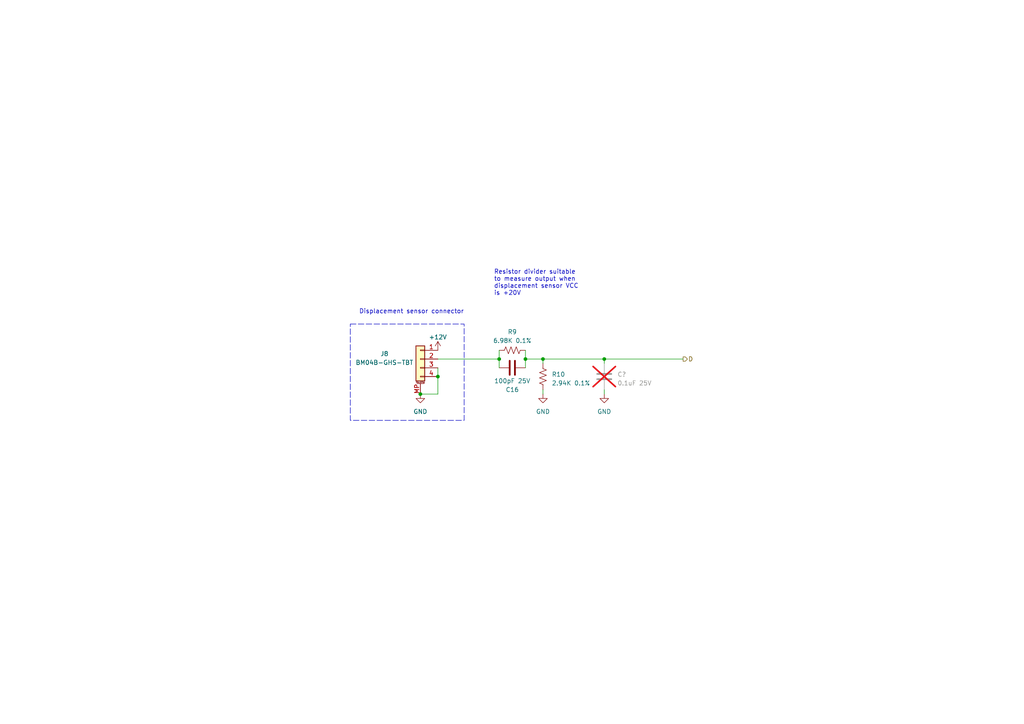
<source format=kicad_sch>
(kicad_sch (version 20230121) (generator eeschema)
  (paper "A4")
  (title_block (title "Test Stand Power Monitor") (date "2023-06-05") (rev "1.0") (comment 1 "Ed Katynski") (comment 2 "(PENDING REVIEW)"))
  (lib_symbols
    (symbol "Connector_Generic_MountingPin:Conn_01x04_MountingPin" (pin_names (offset 1.016) hide)
      (property "Reference" "J" (at 0 5.08 0))
      (property "Value" "Conn_01x04_MountingPin" (at 1.27 -7.62 0))
      (symbol "Conn_01x04_MountingPin_1_1"
        (rectangle (start -1.27 -4.953) (end 0 -5.207) (stroke (width 0.1524)))
        (rectangle (start -1.27 -2.413) (end 0 -2.667) (stroke (width 0.1524)))
        (rectangle (start -1.27 0.127) (end 0 -0.127) (stroke (width 0.1524)))
        (rectangle (start -1.27 2.667) (end 0 2.413) (stroke (width 0.1524)))
        (rectangle (start -1.27 3.81) (end 1.27 -6.35) (stroke (width 0.254)) (fill (type background)))
        (polyline (pts (xy -1.016 -7.112) (xy 1.016 -7.112)) (stroke (width 0.1524)))
        (text "Mounting" (at 0 -6.731 0) (effects (font (size 0.381 0.381))))
        (pin passive line (at -5.08 2.54 0) (length 3.81) (name "Pin_1") (number "1"))
        (pin passive line (at -5.08 0 0) (length 3.81) (name "Pin_2") (number "2"))
        (pin passive line (at -5.08 -2.54 0) (length 3.81) (name "Pin_3") (number "3"))
        (pin passive line (at -5.08 -5.08 0) (length 3.81) (name "Pin_4") (number "4"))
        (pin passive line (at 0 -10.16 90) (length 3.048) (name "MountPin") (number "MP"))
      )
    )
    (symbol "Device:C" (pin_numbers hide) (pin_names (offset 0.254))
      (property "Reference" "C" (at 0.635 2.54 0))
      (property "Value" "C" (at 0.635 -2.54 0))
      (symbol "C_0_1"
        (polyline (pts (xy -2.032 -0.762) (xy 2.032 -0.762)) (stroke (width 0.508)))
        (polyline (pts (xy -2.032 0.762) (xy 2.032 0.762)) (stroke (width 0.508)))
      )
      (symbol "C_1_1"
        (pin passive line (at 0 3.81 270) (length 2.794) (name "~") (number "1"))
        (pin passive line (at 0 -3.81 90) (length 2.794) (name "~") (number "2"))
      )
    )
    (symbol "Device:R_US" (pin_numbers hide) (pin_names (offset 0))
      (property "Reference" "R" (at 2.54 0 90))
      (property "Value" "R_US" (at -2.54 0 90))
      (symbol "R_US_0_1"
        (polyline (pts (xy 0 -2.286) (xy 0 -2.54)))
        (polyline (pts (xy 0 2.286) (xy 0 2.54)))
        (polyline (pts (xy 0 -0.762) (xy 1.016 -1.143) (xy 0 -1.524) (xy -1.016 -1.905) (xy 0 -2.286)))
        (polyline (pts (xy 0 0.762) (xy 1.016 0.381) (xy 0 0) (xy -1.016 -0.381) (xy 0 -0.762)))
        (polyline (pts (xy 0 2.286) (xy 1.016 1.905) (xy 0 1.524) (xy -1.016 1.143) (xy 0 0.762)))
      )
      (symbol "R_US_1_1"
        (pin passive line (at 0 3.81 270) (length 1.27) (name "~") (number "1"))
        (pin passive line (at 0 -3.81 90) (length 1.27) (name "~") (number "2"))
      )
    )
    (symbol "power:+12V" (power) (pin_names (offset 0))
      (property "Value" "+12V" (at 0 3.556 0))
      (symbol "+12V_0_1"
        (polyline (pts (xy -0.762 1.27) (xy 0 2.54)))
        (polyline (pts (xy 0 0) (xy 0 2.54)))
        (polyline (pts (xy 0 2.54) (xy 0.762 1.27)))
      )
      (symbol "+12V_1_1"
        (pin power_in line (at 0 0 90) (length 0) hide (name "+12V") (number "1"))
      )
    )
    (symbol "power:GND" (power) (pin_names (offset 0))
      (property "Value" "GND" (at 0 -3.81 0))
      (symbol "GND_0_1"
        (polyline (pts (xy 0 0) (xy 0 -1.27) (xy 1.27 -1.27) (xy 0 -2.54) (xy -1.27 -1.27) (xy 0 -1.27)))
      )
      (symbol "GND_1_1"
        (pin power_in line (at 0 0 270) (length 0) hide (name "GND") (number "1"))
      )
    )
  )
  (junction (at 152.4 104.14))
  (junction (at 144.78 104.14))
  (junction (at 157.48 104.14))
  (junction (at 121.92 114.3))
  (junction (at 175.26 104.14))
  (junction (at 127 109.22))
  (wire (pts (xy 157.48 104.14) (xy 152.4 104.14)))
  (wire (pts (xy 144.78 104.14) (xy 144.78 106.68)))
  (wire (pts (xy 152.4 104.14) (xy 152.4 106.68)))
  (wire (pts (xy 144.78 101.6) (xy 144.78 104.14)))
  (wire (pts (xy 175.26 104.14) (xy 175.26 105.41)))
  (wire (pts (xy 152.4 101.6) (xy 152.4 104.14)))
  (wire (pts (xy 127 109.22) (xy 127 106.68)))
  (wire (pts (xy 175.26 104.14) (xy 198.12 104.14)))
  (wire (pts (xy 121.92 114.3) (xy 127 114.3)))
  (wire (pts (xy 175.26 114.3) (xy 175.26 113.03)))
  (wire (pts (xy 127 114.3) (xy 127 109.22)))
  (wire (pts (xy 157.48 114.3) (xy 157.48 113.03)))
  (wire (pts (xy 157.48 104.14) (xy 175.26 104.14)))
  (wire (pts (xy 127 104.14) (xy 144.78 104.14)))
  (wire (pts (xy 157.48 105.41) (xy 157.48 104.14)))
  (rectangle (start 101.6 93.98) (end 134.62 121.92) (stroke (width 0) (type dash)))
  (text "Displacement sensor connector" (at 104.14 91.186 0) (effects (font (size 1.27 1.27)) (justify left bottom)))
  (text "Resistor divider suitable\nto measure output when\ndisplacement sensor VCC\nis +20V" (at 143.256 85.852 0) (effects (font (size 1.27 1.27)) (justify left bottom)))
  (hierarchical_label "D" (shape output) (at 198.12 104.14 0))
  (symbol (lib_id "Device:C") (at 148.59 106.68 90) (unit 1)
    (property "Reference" "C16" (at 148.59 113.03 90))
    (property "Value" "100pF 25V" (at 148.59 110.49 90))
    (property "Footprint" "Capacitor_SMD:C_0402_1005Metric_Pad0.74x0.62mm_HandSolder" (effects hide))
  )
  (symbol (lib_id "Device:C") (at 175.26 109.22 0) (unit 1) (dnp yes)
    (property "Reference" "C?" (at 179.07 108.585 0) (effects (justify left)))
    (property "Value" "0.1uF 25V" (at 179.07 111.125 0) (effects (justify left)))
    (property "Footprint" "Capacitor_SMD:C_0402_1005Metric_Pad0.74x0.62mm_HandSolder" (effects hide))
    (instances (project "Test-Stand-Power-Monitor" (path "" (reference "C?") (unit 1)) (path "" (reference "C17") (unit 1))))
  )
  (symbol (lib_id "power:GND") (at 175.26 114.3 0) (unit 1)
    (property "Reference" "#PWR?" (effects hide))
    (property "Value" "GND" (at 175.26 119.38 0))
    (instances (project "Test-Stand-Power-Monitor" (path "" (reference "#PWR?") (unit 1)) (path "" (reference "#PWR052") (unit 1))))
  )
  (symbol (lib_id "Device:R_US") (at 148.59 101.6 90) (unit 1)
    (property "Reference" "R9" (at 148.59 96.266 90))
    (property "Value" "6.98K 0.1%" (at 148.59 98.806 90))
    (property "Footprint" "Resistor_SMD:R_0402_1005Metric_Pad0.72x0.64mm_HandSolder" (effects hide))
  )
  (symbol (lib_id "power:GND") (at 157.48 114.3 0) (mirror y) (unit 1)
    (property "Reference" "#PWR?" (effects hide))
    (property "Value" "GND" (at 157.48 119.38 0))
    (instances (project "Test-Stand-Power-Monitor" (path "" (reference "#PWR?") (unit 1)) (path "" (reference "#PWR051") (unit 1))))
  )
  (symbol (lib_id "Connector_Generic_MountingPin:Conn_01x04_MountingPin") (at 121.92 104.14 0) (mirror y) (unit 1)
    (property "Reference" "J8" (at 111.506 102.616 0))
    (property "Value" "BM04B-GHS-TBT" (at 111.506 105.156 0))
    (property "Footprint" "Connector_JST:JST_GH_BM04B-GHS-TBT_1x04-1MP_P1.25mm_Vertical" (effects hide))
    (property "Datasheet" "https://www.jst-mfg.com/product/pdf/eng/eGH.pdf" (effects hide))
  )
  (symbol (lib_id "Device:R_US") (at 157.48 109.22 0) (unit 1)
    (property "Reference" "R10" (at 160.02 108.585 0) (effects (justify left)))
    (property "Value" "2.94K 0.1%" (at 160.02 111.125 0) (effects (justify left)))
    (property "Footprint" "Resistor_SMD:R_0402_1005Metric_Pad0.72x0.64mm_HandSolder" (effects hide))
  )
  (symbol (lib_id "power:+12V") (at 127 101.6 0) (unit 1)
    (property "Reference" "#PWR?" (effects hide))
    (property "Value" "+12V" (at 127 97.79 0))
    (instances (project "Test-Stand-Power-Monitor" (path "" (reference "#PWR?") (unit 1)) (path "" (reference "#PWR050") (unit 1))))
  )
  (symbol (lib_id "power:GND") (at 121.92 114.3 0) (unit 1)
    (property "Reference" "#PWR049" (effects hide))
    (property "Value" "GND" (at 121.92 119.38 0))
  )
)
</source>
